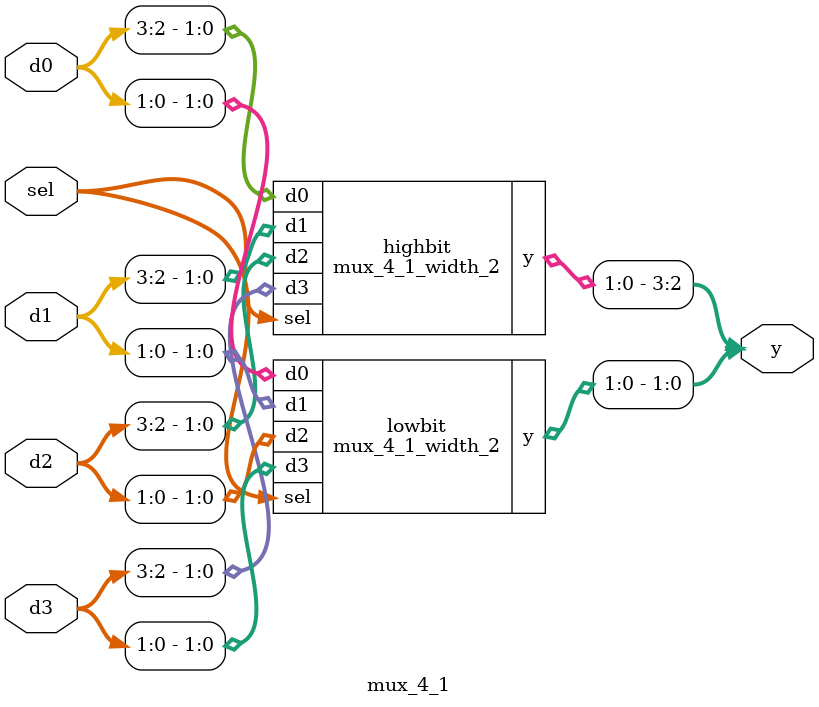
<source format=sv>

module mux_4_1_width_2
(
  input  [1:0] d0, d1, d2, d3,
  input  [1:0] sel,
  output [1:0] y
);

  assign y = sel [1] ? (sel [0] ? d3 : d2)
                     : (sel [0] ? d1 : d0);

endmodule

//----------------------------------------------------------------------------
// Task
//----------------------------------------------------------------------------

module mux_4_1
(
  input  [3:0] d0, d1, d2, d3,
  input  [1:0] sel,
  output [3:0] y
);

  // Task:
  // Implement mux_4_1 with 4-bit data
  // using two instances of mux_4_1_width_2 with 2-bit data
  mux_4_1_width_2 lowbit(
    .d0(d0[1:0]),
    .d1(d1[1:0]),
    .d2(d2[1:0]),
    .d3(d3[1:0]),
    .sel(sel),
    .y(y[1:0])
  );
  mux_4_1_width_2 highbit(
    .d0(d0[3:2]),
    .d1(d1[3:2]),
    .d2(d2[3:2]),
    .d3(d3[3:2]),
    .sel(sel),
    .y(y[3:2])
  );

endmodule

</source>
